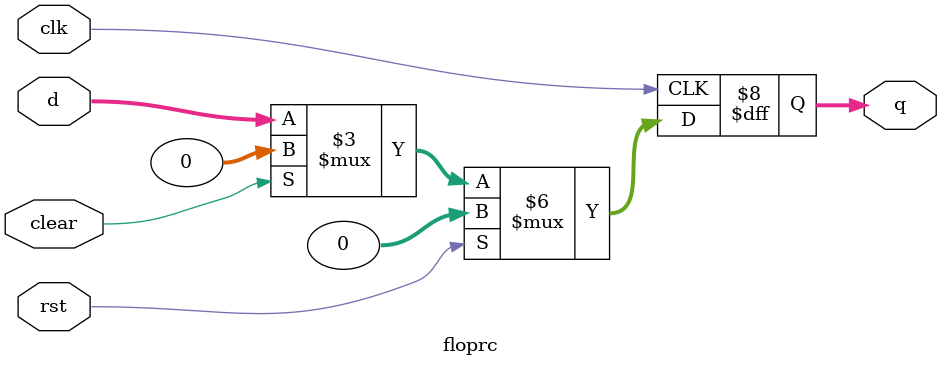
<source format=v>
`timescale 1ns / 1ps


module floprc
#(parameter width=32)
(
    input wire clk,rst,clear,
    input wire [width-1:0] d,
    output reg [width-1:0] q
    );
    always @(posedge clk) begin
        if(rst) begin
            q<=0;
        end
        else if (clear) begin
            q<=0;
        end
        else begin
            q<=d;
        end
    end
endmodule

</source>
